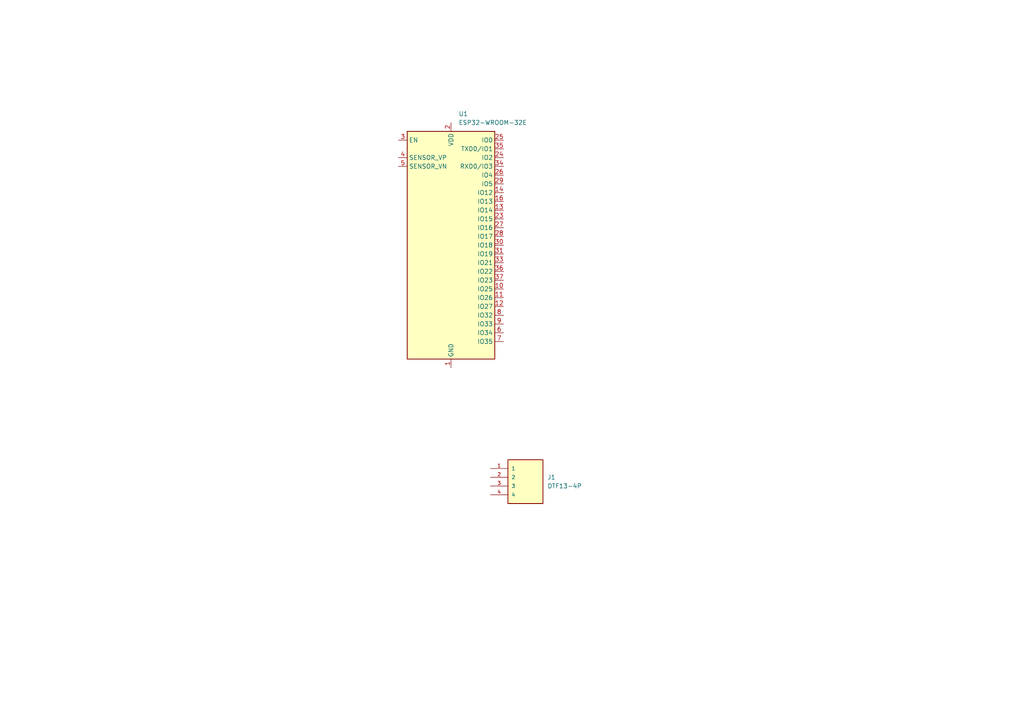
<source format=kicad_sch>
(kicad_sch (version 20231120) (generator "eeschema") (generator_version "8.0")
  (paper "A4")
  (lib_symbols
    (symbol "DTF13-4P:DTF13-4P" (pin_names (offset 1.016))
      (property "Reference" "J" (at -5.08 7.62 0))
      (property "Value" "DTF13-4P" (at -5.08 -12.7 0))
      (symbol "DTF13-4P_0_0"
        (rectangle (start -5.08 -7.62) (end 5.08 5.08) (stroke (width 0.254)) (fill (type background)))
        (pin passive line (at -10.16 2.54 0) (length 5.08) (name "1") (number "1"))
        (pin passive line (at -10.16 0 0) (length 5.08) (name "2") (number "2"))
        (pin passive line (at -10.16 -2.54 0) (length 5.08) (name "3") (number "3"))
        (pin passive line (at -10.16 -5.08 0) (length 5.08) (name "4") (number "4"))
      )
    )
    (symbol "RF_Module:ESP32-WROOM-32E"
      (property "Reference" "U" (at -12.7 34.29 0))
      (property "Value" "ESP32-WROOM-32E" (at 1.27 34.29 0))
      (symbol "ESP32-WROOM-32E_0_1"
        (rectangle (start -12.7 33.02) (end 12.7 -33.02) (stroke (width 0.254)) (fill (type background)))
      )
      (symbol "ESP32-WROOM-32E_1_1"
        (pin power_in line (at 0 -35.56 90) (length 2.54) (name "GND") (number "1"))
        (pin bidirectional line (at 15.24 -12.7 180) (length 2.54) (name "IO25") (number "10"))
        (pin bidirectional line (at 15.24 -15.24 180) (length 2.54) (name "IO26") (number "11"))
        (pin bidirectional line (at 15.24 -17.78 180) (length 2.54) (name "IO27") (number "12"))
        (pin bidirectional line (at 15.24 10.16 180) (length 2.54) (name "IO14") (number "13"))
        (pin bidirectional line (at 15.24 15.24 180) (length 2.54) (name "IO12") (number "14"))
        (pin passive line (at 0 -35.56 90) (length 2.54) hide (name "GND") (number "15"))
        (pin bidirectional line (at 15.24 12.7 180) (length 2.54) (name "IO13") (number "16"))
        (pin no_connect line (at -12.7 -5.08 0) (length 2.54) hide (name "NC") (number "17"))
        (pin no_connect line (at -12.7 -7.62 0) (length 2.54) hide (name "NC") (number "18"))
        (pin no_connect line (at -12.7 -12.7 0) (length 2.54) hide (name "NC") (number "19"))
        (pin power_in line (at 0 35.56 270) (length 2.54) (name "VDD") (number "2"))
        (pin no_connect line (at -12.7 -10.16 0) (length 2.54) hide (name "NC") (number "20"))
        (pin no_connect line (at -12.7 0 0) (length 2.54) hide (name "NC") (number "21"))
        (pin no_connect line (at -12.7 -2.54 0) (length 2.54) hide (name "NC") (number "22"))
        (pin bidirectional line (at 15.24 7.62 180) (length 2.54) (name "IO15") (number "23"))
        (pin bidirectional line (at 15.24 25.4 180) (length 2.54) (name "IO2") (number "24"))
        (pin bidirectional line (at 15.24 30.48 180) (length 2.54) (name "IO0") (number "25"))
        (pin bidirectional line (at 15.24 20.32 180) (length 2.54) (name "IO4") (number "26"))
        (pin bidirectional line (at 15.24 5.08 180) (length 2.54) (name "IO16") (number "27"))
        (pin bidirectional line (at 15.24 2.54 180) (length 2.54) (name "IO17") (number "28"))
        (pin bidirectional line (at 15.24 17.78 180) (length 2.54) (name "IO5") (number "29"))
        (pin input line (at -15.24 30.48 0) (length 2.54) (name "EN") (number "3"))
        (pin bidirectional line (at 15.24 0 180) (length 2.54) (name "IO18") (number "30"))
        (pin bidirectional line (at 15.24 -2.54 180) (length 2.54) (name "IO19") (number "31"))
        (pin no_connect line (at -12.7 -27.94 0) (length 2.54) hide (name "NC") (number "32"))
        (pin bidirectional line (at 15.24 -5.08 180) (length 2.54) (name "IO21") (number "33"))
        (pin bidirectional line (at 15.24 22.86 180) (length 2.54) (name "RXD0/IO3") (number "34"))
        (pin bidirectional line (at 15.24 27.94 180) (length 2.54) (name "TXD0/IO1") (number "35"))
        (pin bidirectional line (at 15.24 -7.62 180) (length 2.54) (name "IO22") (number "36"))
        (pin bidirectional line (at 15.24 -10.16 180) (length 2.54) (name "IO23") (number "37"))
        (pin passive line (at 0 -35.56 90) (length 2.54) hide (name "GND") (number "38"))
        (pin passive line (at 0 -35.56 90) (length 2.54) hide (name "GND") (number "39"))
        (pin input line (at -15.24 25.4 0) (length 2.54) (name "SENSOR_VP") (number "4"))
        (pin input line (at -15.24 22.86 0) (length 2.54) (name "SENSOR_VN") (number "5"))
        (pin input line (at 15.24 -25.4 180) (length 2.54) (name "IO34") (number "6"))
        (pin input line (at 15.24 -27.94 180) (length 2.54) (name "IO35") (number "7"))
        (pin bidirectional line (at 15.24 -20.32 180) (length 2.54) (name "IO32") (number "8"))
        (pin bidirectional line (at 15.24 -22.86 180) (length 2.54) (name "IO33") (number "9"))
      )
    )
  )
  (symbol (lib_id "RF_Module:ESP32-WROOM-32E") (at 130.81 71.12 0) (unit 1)
    (property "Reference" "U1" (at 133.0041 33.02 0) (effects (justify left)))
    (property "Value" "ESP32-WROOM-32E" (at 133.0041 35.56 0) (effects (justify left)))
    (property "Footprint" "RF_Module:ESP32-WROOM-32D" (effects (hide yes)))
    (property "Datasheet" "https://www.espressif.com/sites/default/files/documentation/esp32-wroom-32e_esp32-wroom-32ue_datasheet_en.pdf" (effects (hide yes)))
    (property "Description" "RF Module, ESP32-D0WD-V3 SoC, without PSRAM, Wi-Fi 802.11b/g/n, Bluetooth, BLE, 32-bit, 2.7-3.6V, onboard antenna, SMD" (effects (hide yes)))
  )
  (symbol (lib_id "DTF13-4P:DTF13-4P") (at 152.4 138.43 0) (unit 1)
    (property "Reference" "J1" (at 158.75 138.4299 0) (effects (justify left)))
    (property "Value" "DTF13-4P" (at 158.75 140.9699 0) (effects (justify left)))
    (property "Footprint" "TE_DTF13-4P" (effects (hide yes)))
    (property "MPN" "DTF13-4P" (effects (hide yes)))
    (property "STANDARD" "Manufacturer recommendation" (effects (hide yes)))
    (property "PARTREV" "NC" (effects (hide yes)))
    (property "AVAILABILITY" "In stock" (effects (hide yes)))
  )
)
</source>
